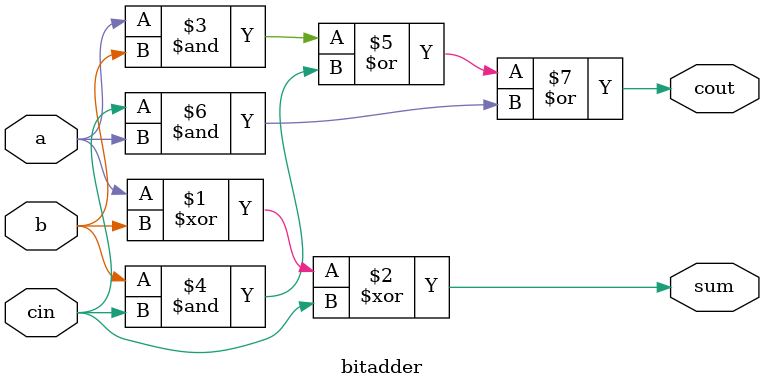
<source format=v>
module EightBitAdder(input [7:0] a,input [7:0] b,output [7:0]sum, output cout);
genvar i;
wire [8:0] c;
assign c[0]=0;
generate
	for(i=0;i<8;i=i+1)begin 
		bitadder adders(.a(a[i]),.b(b[i]),.sum(sum[i]),.cin(c[i]),.cout(c[i+1]));
	end
endgenerate
assign cout=c[8];
endmodule

module bitadder(input a,input b,input cin, output sum,output cout);
assign sum=a^b^cin;
assign cout=a&b|b&cin|cin&a;
endmodule


</source>
